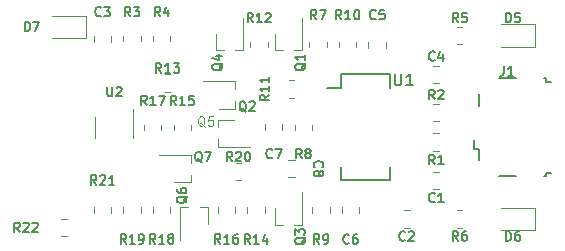
<source format=gbr>
%TF.GenerationSoftware,KiCad,Pcbnew,(5.1.9)-1*%
%TF.CreationDate,2021-12-10T21:49:07-06:00*%
%TF.ProjectId,minirib-usb,6d696e69-7269-4622-9d75-73622e6b6963,A*%
%TF.SameCoordinates,Original*%
%TF.FileFunction,Legend,Top*%
%TF.FilePolarity,Positive*%
%FSLAX46Y46*%
G04 Gerber Fmt 4.6, Leading zero omitted, Abs format (unit mm)*
G04 Created by KiCad (PCBNEW (5.1.9)-1) date 2021-12-10 21:49:07*
%MOMM*%
%LPD*%
G01*
G04 APERTURE LIST*
%ADD10C,0.120000*%
%ADD11C,0.150000*%
%ADD12C,0.130000*%
%ADD13C,0.125000*%
G04 APERTURE END LIST*
D10*
%TO.C,C1*%
X162238748Y-105235000D02*
X162761252Y-105235000D01*
X162238748Y-103765000D02*
X162761252Y-103765000D01*
%TO.C,C2*%
X159738748Y-107015000D02*
X160261252Y-107015000D01*
X159738748Y-108485000D02*
X160261252Y-108485000D01*
%TO.C,C3*%
X133515000Y-92761252D02*
X133515000Y-92238748D01*
X134985000Y-92761252D02*
X134985000Y-92238748D01*
%TO.C,C4*%
X162761252Y-94765000D02*
X162238748Y-94765000D01*
X162761252Y-96235000D02*
X162238748Y-96235000D01*
%TO.C,C5*%
X158235000Y-93261252D02*
X158235000Y-92738748D01*
X156765000Y-93261252D02*
X156765000Y-92738748D01*
%TO.C,C6*%
X154515000Y-106738748D02*
X154515000Y-107261252D01*
X155985000Y-106738748D02*
X155985000Y-107261252D01*
%TO.C,C7*%
X149485000Y-99738748D02*
X149485000Y-100261252D01*
X148015000Y-99738748D02*
X148015000Y-100261252D01*
%TO.C,C8*%
X149988748Y-102765000D02*
X150511252Y-102765000D01*
X149988748Y-104235000D02*
X150511252Y-104235000D01*
%TO.C,D5*%
X170860000Y-91290000D02*
X168000000Y-91290000D01*
X170860000Y-93210000D02*
X170860000Y-91290000D01*
X168000000Y-93210000D02*
X170860000Y-93210000D01*
%TO.C,D6*%
X168000000Y-108710000D02*
X170860000Y-108710000D01*
X170860000Y-108710000D02*
X170860000Y-106790000D01*
X170860000Y-106790000D02*
X168000000Y-106790000D01*
%TO.C,D7*%
X130000000Y-92460000D02*
X132860000Y-92460000D01*
X132860000Y-92460000D02*
X132860000Y-90540000D01*
X132860000Y-90540000D02*
X130000000Y-90540000D01*
%TO.C,Q1*%
X149500000Y-93485000D02*
X148840000Y-93485000D01*
X151170000Y-93485000D02*
X150500000Y-93485000D01*
X151160000Y-93485000D02*
X151160000Y-90750000D01*
X148840000Y-92075000D02*
X148840000Y-93485000D01*
%TO.C,Q2*%
X145485000Y-97750000D02*
X145485000Y-98410000D01*
X145485000Y-96080000D02*
X145485000Y-96750000D01*
X145485000Y-96090000D02*
X142750000Y-96090000D01*
X144075000Y-98410000D02*
X145485000Y-98410000D01*
%TO.C,Q3*%
X148840000Y-106825000D02*
X148840000Y-108235000D01*
X151160000Y-108235000D02*
X151160000Y-105500000D01*
X151170000Y-108235000D02*
X150500000Y-108235000D01*
X149500000Y-108235000D02*
X148840000Y-108235000D01*
%TO.C,Q4*%
X144500000Y-93485000D02*
X143840000Y-93485000D01*
X146170000Y-93485000D02*
X145500000Y-93485000D01*
X146160000Y-93485000D02*
X146160000Y-90750000D01*
X143840000Y-92075000D02*
X143840000Y-93485000D01*
%TO.C,Q5*%
X144015000Y-100000000D02*
X144015000Y-99340000D01*
X144015000Y-101670000D02*
X144015000Y-101000000D01*
X144015000Y-101660000D02*
X146750000Y-101660000D01*
X145425000Y-99340000D02*
X144015000Y-99340000D01*
%TO.C,Q6*%
X142500000Y-106765000D02*
X143160000Y-106765000D01*
X140830000Y-106765000D02*
X141500000Y-106765000D01*
X140840000Y-106765000D02*
X140840000Y-109500000D01*
X143160000Y-108175000D02*
X143160000Y-106765000D01*
%TO.C,Q7*%
X140325000Y-104660000D02*
X141735000Y-104660000D01*
X141735000Y-102340000D02*
X139000000Y-102340000D01*
X141735000Y-102330000D02*
X141735000Y-103000000D01*
X141735000Y-104000000D02*
X141735000Y-104660000D01*
%TO.C,R1*%
X162272936Y-100515000D02*
X162727064Y-100515000D01*
X162272936Y-101985000D02*
X162727064Y-101985000D01*
%TO.C,R2*%
X162727064Y-98015000D02*
X162272936Y-98015000D01*
X162727064Y-99485000D02*
X162272936Y-99485000D01*
%TO.C,R3*%
X136015000Y-92727064D02*
X136015000Y-92272936D01*
X137485000Y-92727064D02*
X137485000Y-92272936D01*
%TO.C,R4*%
X139985000Y-92272936D02*
X139985000Y-92727064D01*
X138515000Y-92272936D02*
X138515000Y-92727064D01*
%TO.C,R5*%
X164272936Y-92985000D02*
X164727064Y-92985000D01*
X164272936Y-91515000D02*
X164727064Y-91515000D01*
%TO.C,R6*%
X164727064Y-107015000D02*
X164272936Y-107015000D01*
X164727064Y-108485000D02*
X164272936Y-108485000D01*
%TO.C,R7*%
X153235000Y-92772936D02*
X153235000Y-93227064D01*
X151765000Y-92772936D02*
X151765000Y-93227064D01*
%TO.C,R8*%
X151985000Y-100227064D02*
X151985000Y-99772936D01*
X150515000Y-100227064D02*
X150515000Y-99772936D01*
%TO.C,R9*%
X153485000Y-107227064D02*
X153485000Y-106772936D01*
X152015000Y-107227064D02*
X152015000Y-106772936D01*
%TO.C,R10*%
X154265000Y-92772936D02*
X154265000Y-93227064D01*
X155735000Y-92772936D02*
X155735000Y-93227064D01*
%TO.C,R11*%
X150477064Y-97485000D02*
X150022936Y-97485000D01*
X150477064Y-96015000D02*
X150022936Y-96015000D01*
%TO.C,R12*%
X146765000Y-92772936D02*
X146765000Y-93227064D01*
X148235000Y-92772936D02*
X148235000Y-93227064D01*
%TO.C,R13*%
X139522936Y-96985000D02*
X139977064Y-96985000D01*
X139522936Y-95515000D02*
X139977064Y-95515000D01*
%TO.C,R14*%
X147985000Y-107227064D02*
X147985000Y-106772936D01*
X146515000Y-107227064D02*
X146515000Y-106772936D01*
%TO.C,R15*%
X141735000Y-100227064D02*
X141735000Y-99772936D01*
X140265000Y-100227064D02*
X140265000Y-99772936D01*
%TO.C,R16*%
X144015000Y-107227064D02*
X144015000Y-106772936D01*
X145485000Y-107227064D02*
X145485000Y-106772936D01*
%TO.C,R17*%
X139235000Y-100227064D02*
X139235000Y-99772936D01*
X137765000Y-100227064D02*
X137765000Y-99772936D01*
%TO.C,R18*%
X138515000Y-107227064D02*
X138515000Y-106772936D01*
X139985000Y-107227064D02*
X139985000Y-106772936D01*
%TO.C,R19*%
X137485000Y-107227064D02*
X137485000Y-106772936D01*
X136015000Y-107227064D02*
X136015000Y-106772936D01*
%TO.C,R20*%
X145522936Y-104485000D02*
X145977064Y-104485000D01*
X145522936Y-103015000D02*
X145977064Y-103015000D01*
%TO.C,R21*%
X133515000Y-107227064D02*
X133515000Y-106772936D01*
X134985000Y-107227064D02*
X134985000Y-106772936D01*
%TO.C,R22*%
X131227064Y-109235000D02*
X130772936Y-109235000D01*
X131227064Y-107765000D02*
X130772936Y-107765000D01*
D11*
%TO.C,U1*%
X154425000Y-96635000D02*
X153300000Y-96635000D01*
X154425000Y-104475000D02*
X158575000Y-104475000D01*
X154425000Y-95525000D02*
X158575000Y-95525000D01*
X154425000Y-104475000D02*
X154425000Y-103365000D01*
X158575000Y-104475000D02*
X158575000Y-103365000D01*
X158575000Y-95525000D02*
X158575000Y-96635000D01*
X154425000Y-96635000D02*
X154425000Y-95525000D01*
D10*
%TO.C,U2*%
X136860000Y-100900000D02*
X136860000Y-98450000D01*
X133640000Y-99100000D02*
X133640000Y-100900000D01*
D11*
%TO.C,J1*%
X167850000Y-104150000D02*
X169250000Y-104150000D01*
X171650000Y-104150000D02*
X171800000Y-104150000D01*
X171800000Y-104150000D02*
X171800000Y-103850000D01*
X171800000Y-103850000D02*
X172250000Y-103850000D01*
X172250000Y-96150000D02*
X171800000Y-96150000D01*
X171800000Y-96150000D02*
X171800000Y-95850000D01*
X171800000Y-95850000D02*
X171650000Y-95850000D01*
X169250000Y-95850000D02*
X167850000Y-95850000D01*
X165675000Y-101075000D02*
X165675000Y-101800000D01*
X165675000Y-101800000D02*
X166100000Y-101800000D01*
X166100000Y-101800000D02*
X166100000Y-102800000D01*
X166100000Y-98200000D02*
X166100000Y-97200000D01*
%TO.C,C1*%
D12*
X162366666Y-106285714D02*
X162328571Y-106323809D01*
X162214285Y-106361904D01*
X162138095Y-106361904D01*
X162023809Y-106323809D01*
X161947619Y-106247619D01*
X161909523Y-106171428D01*
X161871428Y-106019047D01*
X161871428Y-105904761D01*
X161909523Y-105752380D01*
X161947619Y-105676190D01*
X162023809Y-105600000D01*
X162138095Y-105561904D01*
X162214285Y-105561904D01*
X162328571Y-105600000D01*
X162366666Y-105638095D01*
X163128571Y-106361904D02*
X162671428Y-106361904D01*
X162900000Y-106361904D02*
X162900000Y-105561904D01*
X162823809Y-105676190D01*
X162747619Y-105752380D01*
X162671428Y-105790476D01*
%TO.C,C2*%
X159866666Y-109535714D02*
X159828571Y-109573809D01*
X159714285Y-109611904D01*
X159638095Y-109611904D01*
X159523809Y-109573809D01*
X159447619Y-109497619D01*
X159409523Y-109421428D01*
X159371428Y-109269047D01*
X159371428Y-109154761D01*
X159409523Y-109002380D01*
X159447619Y-108926190D01*
X159523809Y-108850000D01*
X159638095Y-108811904D01*
X159714285Y-108811904D01*
X159828571Y-108850000D01*
X159866666Y-108888095D01*
X160171428Y-108888095D02*
X160209523Y-108850000D01*
X160285714Y-108811904D01*
X160476190Y-108811904D01*
X160552380Y-108850000D01*
X160590476Y-108888095D01*
X160628571Y-108964285D01*
X160628571Y-109040476D01*
X160590476Y-109154761D01*
X160133333Y-109611904D01*
X160628571Y-109611904D01*
%TO.C,C3*%
X134116666Y-90535714D02*
X134078571Y-90573809D01*
X133964285Y-90611904D01*
X133888095Y-90611904D01*
X133773809Y-90573809D01*
X133697619Y-90497619D01*
X133659523Y-90421428D01*
X133621428Y-90269047D01*
X133621428Y-90154761D01*
X133659523Y-90002380D01*
X133697619Y-89926190D01*
X133773809Y-89850000D01*
X133888095Y-89811904D01*
X133964285Y-89811904D01*
X134078571Y-89850000D01*
X134116666Y-89888095D01*
X134383333Y-89811904D02*
X134878571Y-89811904D01*
X134611904Y-90116666D01*
X134726190Y-90116666D01*
X134802380Y-90154761D01*
X134840476Y-90192857D01*
X134878571Y-90269047D01*
X134878571Y-90459523D01*
X134840476Y-90535714D01*
X134802380Y-90573809D01*
X134726190Y-90611904D01*
X134497619Y-90611904D01*
X134421428Y-90573809D01*
X134383333Y-90535714D01*
%TO.C,C4*%
X162366666Y-94285714D02*
X162328571Y-94323809D01*
X162214285Y-94361904D01*
X162138095Y-94361904D01*
X162023809Y-94323809D01*
X161947619Y-94247619D01*
X161909523Y-94171428D01*
X161871428Y-94019047D01*
X161871428Y-93904761D01*
X161909523Y-93752380D01*
X161947619Y-93676190D01*
X162023809Y-93600000D01*
X162138095Y-93561904D01*
X162214285Y-93561904D01*
X162328571Y-93600000D01*
X162366666Y-93638095D01*
X163052380Y-93828571D02*
X163052380Y-94361904D01*
X162861904Y-93523809D02*
X162671428Y-94095238D01*
X163166666Y-94095238D01*
%TO.C,C5*%
X157366666Y-90785714D02*
X157328571Y-90823809D01*
X157214285Y-90861904D01*
X157138095Y-90861904D01*
X157023809Y-90823809D01*
X156947619Y-90747619D01*
X156909523Y-90671428D01*
X156871428Y-90519047D01*
X156871428Y-90404761D01*
X156909523Y-90252380D01*
X156947619Y-90176190D01*
X157023809Y-90100000D01*
X157138095Y-90061904D01*
X157214285Y-90061904D01*
X157328571Y-90100000D01*
X157366666Y-90138095D01*
X158090476Y-90061904D02*
X157709523Y-90061904D01*
X157671428Y-90442857D01*
X157709523Y-90404761D01*
X157785714Y-90366666D01*
X157976190Y-90366666D01*
X158052380Y-90404761D01*
X158090476Y-90442857D01*
X158128571Y-90519047D01*
X158128571Y-90709523D01*
X158090476Y-90785714D01*
X158052380Y-90823809D01*
X157976190Y-90861904D01*
X157785714Y-90861904D01*
X157709523Y-90823809D01*
X157671428Y-90785714D01*
%TO.C,C6*%
X155116666Y-109785714D02*
X155078571Y-109823809D01*
X154964285Y-109861904D01*
X154888095Y-109861904D01*
X154773809Y-109823809D01*
X154697619Y-109747619D01*
X154659523Y-109671428D01*
X154621428Y-109519047D01*
X154621428Y-109404761D01*
X154659523Y-109252380D01*
X154697619Y-109176190D01*
X154773809Y-109100000D01*
X154888095Y-109061904D01*
X154964285Y-109061904D01*
X155078571Y-109100000D01*
X155116666Y-109138095D01*
X155802380Y-109061904D02*
X155650000Y-109061904D01*
X155573809Y-109100000D01*
X155535714Y-109138095D01*
X155459523Y-109252380D01*
X155421428Y-109404761D01*
X155421428Y-109709523D01*
X155459523Y-109785714D01*
X155497619Y-109823809D01*
X155573809Y-109861904D01*
X155726190Y-109861904D01*
X155802380Y-109823809D01*
X155840476Y-109785714D01*
X155878571Y-109709523D01*
X155878571Y-109519047D01*
X155840476Y-109442857D01*
X155802380Y-109404761D01*
X155726190Y-109366666D01*
X155573809Y-109366666D01*
X155497619Y-109404761D01*
X155459523Y-109442857D01*
X155421428Y-109519047D01*
%TO.C,C7*%
X148616666Y-102535714D02*
X148578571Y-102573809D01*
X148464285Y-102611904D01*
X148388095Y-102611904D01*
X148273809Y-102573809D01*
X148197619Y-102497619D01*
X148159523Y-102421428D01*
X148121428Y-102269047D01*
X148121428Y-102154761D01*
X148159523Y-102002380D01*
X148197619Y-101926190D01*
X148273809Y-101850000D01*
X148388095Y-101811904D01*
X148464285Y-101811904D01*
X148578571Y-101850000D01*
X148616666Y-101888095D01*
X148883333Y-101811904D02*
X149416666Y-101811904D01*
X149073809Y-102611904D01*
%TO.C,C8*%
X152214285Y-103366666D02*
X152176190Y-103328571D01*
X152138095Y-103214285D01*
X152138095Y-103138095D01*
X152176190Y-103023809D01*
X152252380Y-102947619D01*
X152328571Y-102909523D01*
X152480952Y-102871428D01*
X152595238Y-102871428D01*
X152747619Y-102909523D01*
X152823809Y-102947619D01*
X152900000Y-103023809D01*
X152938095Y-103138095D01*
X152938095Y-103214285D01*
X152900000Y-103328571D01*
X152861904Y-103366666D01*
X152595238Y-103823809D02*
X152633333Y-103747619D01*
X152671428Y-103709523D01*
X152747619Y-103671428D01*
X152785714Y-103671428D01*
X152861904Y-103709523D01*
X152900000Y-103747619D01*
X152938095Y-103823809D01*
X152938095Y-103976190D01*
X152900000Y-104052380D01*
X152861904Y-104090476D01*
X152785714Y-104128571D01*
X152747619Y-104128571D01*
X152671428Y-104090476D01*
X152633333Y-104052380D01*
X152595238Y-103976190D01*
X152595238Y-103823809D01*
X152557142Y-103747619D01*
X152519047Y-103709523D01*
X152442857Y-103671428D01*
X152290476Y-103671428D01*
X152214285Y-103709523D01*
X152176190Y-103747619D01*
X152138095Y-103823809D01*
X152138095Y-103976190D01*
X152176190Y-104052380D01*
X152214285Y-104090476D01*
X152290476Y-104128571D01*
X152442857Y-104128571D01*
X152519047Y-104090476D01*
X152557142Y-104052380D01*
X152595238Y-103976190D01*
%TO.C,D5*%
X168409523Y-91111904D02*
X168409523Y-90311904D01*
X168600000Y-90311904D01*
X168714285Y-90350000D01*
X168790476Y-90426190D01*
X168828571Y-90502380D01*
X168866666Y-90654761D01*
X168866666Y-90769047D01*
X168828571Y-90921428D01*
X168790476Y-90997619D01*
X168714285Y-91073809D01*
X168600000Y-91111904D01*
X168409523Y-91111904D01*
X169590476Y-90311904D02*
X169209523Y-90311904D01*
X169171428Y-90692857D01*
X169209523Y-90654761D01*
X169285714Y-90616666D01*
X169476190Y-90616666D01*
X169552380Y-90654761D01*
X169590476Y-90692857D01*
X169628571Y-90769047D01*
X169628571Y-90959523D01*
X169590476Y-91035714D01*
X169552380Y-91073809D01*
X169476190Y-91111904D01*
X169285714Y-91111904D01*
X169209523Y-91073809D01*
X169171428Y-91035714D01*
%TO.C,D6*%
X168409523Y-109611904D02*
X168409523Y-108811904D01*
X168600000Y-108811904D01*
X168714285Y-108850000D01*
X168790476Y-108926190D01*
X168828571Y-109002380D01*
X168866666Y-109154761D01*
X168866666Y-109269047D01*
X168828571Y-109421428D01*
X168790476Y-109497619D01*
X168714285Y-109573809D01*
X168600000Y-109611904D01*
X168409523Y-109611904D01*
X169552380Y-108811904D02*
X169400000Y-108811904D01*
X169323809Y-108850000D01*
X169285714Y-108888095D01*
X169209523Y-109002380D01*
X169171428Y-109154761D01*
X169171428Y-109459523D01*
X169209523Y-109535714D01*
X169247619Y-109573809D01*
X169323809Y-109611904D01*
X169476190Y-109611904D01*
X169552380Y-109573809D01*
X169590476Y-109535714D01*
X169628571Y-109459523D01*
X169628571Y-109269047D01*
X169590476Y-109192857D01*
X169552380Y-109154761D01*
X169476190Y-109116666D01*
X169323809Y-109116666D01*
X169247619Y-109154761D01*
X169209523Y-109192857D01*
X169171428Y-109269047D01*
%TO.C,D7*%
X127659523Y-91861904D02*
X127659523Y-91061904D01*
X127850000Y-91061904D01*
X127964285Y-91100000D01*
X128040476Y-91176190D01*
X128078571Y-91252380D01*
X128116666Y-91404761D01*
X128116666Y-91519047D01*
X128078571Y-91671428D01*
X128040476Y-91747619D01*
X127964285Y-91823809D01*
X127850000Y-91861904D01*
X127659523Y-91861904D01*
X128383333Y-91061904D02*
X128916666Y-91061904D01*
X128573809Y-91861904D01*
%TO.C,Q1*%
X151438095Y-94576190D02*
X151400000Y-94652380D01*
X151323809Y-94728571D01*
X151209523Y-94842857D01*
X151171428Y-94919047D01*
X151171428Y-94995238D01*
X151361904Y-94957142D02*
X151323809Y-95033333D01*
X151247619Y-95109523D01*
X151095238Y-95147619D01*
X150828571Y-95147619D01*
X150676190Y-95109523D01*
X150600000Y-95033333D01*
X150561904Y-94957142D01*
X150561904Y-94804761D01*
X150600000Y-94728571D01*
X150676190Y-94652380D01*
X150828571Y-94614285D01*
X151095238Y-94614285D01*
X151247619Y-94652380D01*
X151323809Y-94728571D01*
X151361904Y-94804761D01*
X151361904Y-94957142D01*
X151361904Y-93852380D02*
X151361904Y-94309523D01*
X151361904Y-94080952D02*
X150561904Y-94080952D01*
X150676190Y-94157142D01*
X150752380Y-94233333D01*
X150790476Y-94309523D01*
%TO.C,Q2*%
X146423809Y-98688095D02*
X146347619Y-98650000D01*
X146271428Y-98573809D01*
X146157142Y-98459523D01*
X146080952Y-98421428D01*
X146004761Y-98421428D01*
X146042857Y-98611904D02*
X145966666Y-98573809D01*
X145890476Y-98497619D01*
X145852380Y-98345238D01*
X145852380Y-98078571D01*
X145890476Y-97926190D01*
X145966666Y-97850000D01*
X146042857Y-97811904D01*
X146195238Y-97811904D01*
X146271428Y-97850000D01*
X146347619Y-97926190D01*
X146385714Y-98078571D01*
X146385714Y-98345238D01*
X146347619Y-98497619D01*
X146271428Y-98573809D01*
X146195238Y-98611904D01*
X146042857Y-98611904D01*
X146690476Y-97888095D02*
X146728571Y-97850000D01*
X146804761Y-97811904D01*
X146995238Y-97811904D01*
X147071428Y-97850000D01*
X147109523Y-97888095D01*
X147147619Y-97964285D01*
X147147619Y-98040476D01*
X147109523Y-98154761D01*
X146652380Y-98611904D01*
X147147619Y-98611904D01*
%TO.C,Q3*%
X151438095Y-109326190D02*
X151400000Y-109402380D01*
X151323809Y-109478571D01*
X151209523Y-109592857D01*
X151171428Y-109669047D01*
X151171428Y-109745238D01*
X151361904Y-109707142D02*
X151323809Y-109783333D01*
X151247619Y-109859523D01*
X151095238Y-109897619D01*
X150828571Y-109897619D01*
X150676190Y-109859523D01*
X150600000Y-109783333D01*
X150561904Y-109707142D01*
X150561904Y-109554761D01*
X150600000Y-109478571D01*
X150676190Y-109402380D01*
X150828571Y-109364285D01*
X151095238Y-109364285D01*
X151247619Y-109402380D01*
X151323809Y-109478571D01*
X151361904Y-109554761D01*
X151361904Y-109707142D01*
X150561904Y-109097619D02*
X150561904Y-108602380D01*
X150866666Y-108869047D01*
X150866666Y-108754761D01*
X150904761Y-108678571D01*
X150942857Y-108640476D01*
X151019047Y-108602380D01*
X151209523Y-108602380D01*
X151285714Y-108640476D01*
X151323809Y-108678571D01*
X151361904Y-108754761D01*
X151361904Y-108983333D01*
X151323809Y-109059523D01*
X151285714Y-109097619D01*
%TO.C,Q4*%
X144438095Y-94576190D02*
X144400000Y-94652380D01*
X144323809Y-94728571D01*
X144209523Y-94842857D01*
X144171428Y-94919047D01*
X144171428Y-94995238D01*
X144361904Y-94957142D02*
X144323809Y-95033333D01*
X144247619Y-95109523D01*
X144095238Y-95147619D01*
X143828571Y-95147619D01*
X143676190Y-95109523D01*
X143600000Y-95033333D01*
X143561904Y-94957142D01*
X143561904Y-94804761D01*
X143600000Y-94728571D01*
X143676190Y-94652380D01*
X143828571Y-94614285D01*
X144095238Y-94614285D01*
X144247619Y-94652380D01*
X144323809Y-94728571D01*
X144361904Y-94804761D01*
X144361904Y-94957142D01*
X143828571Y-93928571D02*
X144361904Y-93928571D01*
X143523809Y-94119047D02*
X144095238Y-94309523D01*
X144095238Y-93814285D01*
%TO.C,Q5*%
D13*
X142923809Y-99938095D02*
X142847619Y-99900000D01*
X142771428Y-99823809D01*
X142657142Y-99709523D01*
X142580952Y-99671428D01*
X142504761Y-99671428D01*
X142542857Y-99861904D02*
X142466666Y-99823809D01*
X142390476Y-99747619D01*
X142352380Y-99595238D01*
X142352380Y-99328571D01*
X142390476Y-99176190D01*
X142466666Y-99100000D01*
X142542857Y-99061904D01*
X142695238Y-99061904D01*
X142771428Y-99100000D01*
X142847619Y-99176190D01*
X142885714Y-99328571D01*
X142885714Y-99595238D01*
X142847619Y-99747619D01*
X142771428Y-99823809D01*
X142695238Y-99861904D01*
X142542857Y-99861904D01*
X143609523Y-99061904D02*
X143228571Y-99061904D01*
X143190476Y-99442857D01*
X143228571Y-99404761D01*
X143304761Y-99366666D01*
X143495238Y-99366666D01*
X143571428Y-99404761D01*
X143609523Y-99442857D01*
X143647619Y-99519047D01*
X143647619Y-99709523D01*
X143609523Y-99785714D01*
X143571428Y-99823809D01*
X143495238Y-99861904D01*
X143304761Y-99861904D01*
X143228571Y-99823809D01*
X143190476Y-99785714D01*
%TO.C,Q6*%
D12*
X141438095Y-105826190D02*
X141400000Y-105902380D01*
X141323809Y-105978571D01*
X141209523Y-106092857D01*
X141171428Y-106169047D01*
X141171428Y-106245238D01*
X141361904Y-106207142D02*
X141323809Y-106283333D01*
X141247619Y-106359523D01*
X141095238Y-106397619D01*
X140828571Y-106397619D01*
X140676190Y-106359523D01*
X140600000Y-106283333D01*
X140561904Y-106207142D01*
X140561904Y-106054761D01*
X140600000Y-105978571D01*
X140676190Y-105902380D01*
X140828571Y-105864285D01*
X141095238Y-105864285D01*
X141247619Y-105902380D01*
X141323809Y-105978571D01*
X141361904Y-106054761D01*
X141361904Y-106207142D01*
X140561904Y-105178571D02*
X140561904Y-105330952D01*
X140600000Y-105407142D01*
X140638095Y-105445238D01*
X140752380Y-105521428D01*
X140904761Y-105559523D01*
X141209523Y-105559523D01*
X141285714Y-105521428D01*
X141323809Y-105483333D01*
X141361904Y-105407142D01*
X141361904Y-105254761D01*
X141323809Y-105178571D01*
X141285714Y-105140476D01*
X141209523Y-105102380D01*
X141019047Y-105102380D01*
X140942857Y-105140476D01*
X140904761Y-105178571D01*
X140866666Y-105254761D01*
X140866666Y-105407142D01*
X140904761Y-105483333D01*
X140942857Y-105521428D01*
X141019047Y-105559523D01*
%TO.C,Q7*%
X142673809Y-102938095D02*
X142597619Y-102900000D01*
X142521428Y-102823809D01*
X142407142Y-102709523D01*
X142330952Y-102671428D01*
X142254761Y-102671428D01*
X142292857Y-102861904D02*
X142216666Y-102823809D01*
X142140476Y-102747619D01*
X142102380Y-102595238D01*
X142102380Y-102328571D01*
X142140476Y-102176190D01*
X142216666Y-102100000D01*
X142292857Y-102061904D01*
X142445238Y-102061904D01*
X142521428Y-102100000D01*
X142597619Y-102176190D01*
X142635714Y-102328571D01*
X142635714Y-102595238D01*
X142597619Y-102747619D01*
X142521428Y-102823809D01*
X142445238Y-102861904D01*
X142292857Y-102861904D01*
X142902380Y-102061904D02*
X143435714Y-102061904D01*
X143092857Y-102861904D01*
%TO.C,R1*%
X162366666Y-103111904D02*
X162100000Y-102730952D01*
X161909523Y-103111904D02*
X161909523Y-102311904D01*
X162214285Y-102311904D01*
X162290476Y-102350000D01*
X162328571Y-102388095D01*
X162366666Y-102464285D01*
X162366666Y-102578571D01*
X162328571Y-102654761D01*
X162290476Y-102692857D01*
X162214285Y-102730952D01*
X161909523Y-102730952D01*
X163128571Y-103111904D02*
X162671428Y-103111904D01*
X162900000Y-103111904D02*
X162900000Y-102311904D01*
X162823809Y-102426190D01*
X162747619Y-102502380D01*
X162671428Y-102540476D01*
%TO.C,R2*%
X162366666Y-97611904D02*
X162100000Y-97230952D01*
X161909523Y-97611904D02*
X161909523Y-96811904D01*
X162214285Y-96811904D01*
X162290476Y-96850000D01*
X162328571Y-96888095D01*
X162366666Y-96964285D01*
X162366666Y-97078571D01*
X162328571Y-97154761D01*
X162290476Y-97192857D01*
X162214285Y-97230952D01*
X161909523Y-97230952D01*
X162671428Y-96888095D02*
X162709523Y-96850000D01*
X162785714Y-96811904D01*
X162976190Y-96811904D01*
X163052380Y-96850000D01*
X163090476Y-96888095D01*
X163128571Y-96964285D01*
X163128571Y-97040476D01*
X163090476Y-97154761D01*
X162633333Y-97611904D01*
X163128571Y-97611904D01*
%TO.C,R3*%
X136616666Y-90611904D02*
X136350000Y-90230952D01*
X136159523Y-90611904D02*
X136159523Y-89811904D01*
X136464285Y-89811904D01*
X136540476Y-89850000D01*
X136578571Y-89888095D01*
X136616666Y-89964285D01*
X136616666Y-90078571D01*
X136578571Y-90154761D01*
X136540476Y-90192857D01*
X136464285Y-90230952D01*
X136159523Y-90230952D01*
X136883333Y-89811904D02*
X137378571Y-89811904D01*
X137111904Y-90116666D01*
X137226190Y-90116666D01*
X137302380Y-90154761D01*
X137340476Y-90192857D01*
X137378571Y-90269047D01*
X137378571Y-90459523D01*
X137340476Y-90535714D01*
X137302380Y-90573809D01*
X137226190Y-90611904D01*
X136997619Y-90611904D01*
X136921428Y-90573809D01*
X136883333Y-90535714D01*
%TO.C,R4*%
X139116666Y-90611904D02*
X138850000Y-90230952D01*
X138659523Y-90611904D02*
X138659523Y-89811904D01*
X138964285Y-89811904D01*
X139040476Y-89850000D01*
X139078571Y-89888095D01*
X139116666Y-89964285D01*
X139116666Y-90078571D01*
X139078571Y-90154761D01*
X139040476Y-90192857D01*
X138964285Y-90230952D01*
X138659523Y-90230952D01*
X139802380Y-90078571D02*
X139802380Y-90611904D01*
X139611904Y-89773809D02*
X139421428Y-90345238D01*
X139916666Y-90345238D01*
%TO.C,R5*%
X164366666Y-91111904D02*
X164100000Y-90730952D01*
X163909523Y-91111904D02*
X163909523Y-90311904D01*
X164214285Y-90311904D01*
X164290476Y-90350000D01*
X164328571Y-90388095D01*
X164366666Y-90464285D01*
X164366666Y-90578571D01*
X164328571Y-90654761D01*
X164290476Y-90692857D01*
X164214285Y-90730952D01*
X163909523Y-90730952D01*
X165090476Y-90311904D02*
X164709523Y-90311904D01*
X164671428Y-90692857D01*
X164709523Y-90654761D01*
X164785714Y-90616666D01*
X164976190Y-90616666D01*
X165052380Y-90654761D01*
X165090476Y-90692857D01*
X165128571Y-90769047D01*
X165128571Y-90959523D01*
X165090476Y-91035714D01*
X165052380Y-91073809D01*
X164976190Y-91111904D01*
X164785714Y-91111904D01*
X164709523Y-91073809D01*
X164671428Y-91035714D01*
%TO.C,R6*%
X164366666Y-109611904D02*
X164100000Y-109230952D01*
X163909523Y-109611904D02*
X163909523Y-108811904D01*
X164214285Y-108811904D01*
X164290476Y-108850000D01*
X164328571Y-108888095D01*
X164366666Y-108964285D01*
X164366666Y-109078571D01*
X164328571Y-109154761D01*
X164290476Y-109192857D01*
X164214285Y-109230952D01*
X163909523Y-109230952D01*
X165052380Y-108811904D02*
X164900000Y-108811904D01*
X164823809Y-108850000D01*
X164785714Y-108888095D01*
X164709523Y-109002380D01*
X164671428Y-109154761D01*
X164671428Y-109459523D01*
X164709523Y-109535714D01*
X164747619Y-109573809D01*
X164823809Y-109611904D01*
X164976190Y-109611904D01*
X165052380Y-109573809D01*
X165090476Y-109535714D01*
X165128571Y-109459523D01*
X165128571Y-109269047D01*
X165090476Y-109192857D01*
X165052380Y-109154761D01*
X164976190Y-109116666D01*
X164823809Y-109116666D01*
X164747619Y-109154761D01*
X164709523Y-109192857D01*
X164671428Y-109269047D01*
%TO.C,R7*%
X152366666Y-90861904D02*
X152100000Y-90480952D01*
X151909523Y-90861904D02*
X151909523Y-90061904D01*
X152214285Y-90061904D01*
X152290476Y-90100000D01*
X152328571Y-90138095D01*
X152366666Y-90214285D01*
X152366666Y-90328571D01*
X152328571Y-90404761D01*
X152290476Y-90442857D01*
X152214285Y-90480952D01*
X151909523Y-90480952D01*
X152633333Y-90061904D02*
X153166666Y-90061904D01*
X152823809Y-90861904D01*
%TO.C,R8*%
X151116666Y-102611904D02*
X150850000Y-102230952D01*
X150659523Y-102611904D02*
X150659523Y-101811904D01*
X150964285Y-101811904D01*
X151040476Y-101850000D01*
X151078571Y-101888095D01*
X151116666Y-101964285D01*
X151116666Y-102078571D01*
X151078571Y-102154761D01*
X151040476Y-102192857D01*
X150964285Y-102230952D01*
X150659523Y-102230952D01*
X151573809Y-102154761D02*
X151497619Y-102116666D01*
X151459523Y-102078571D01*
X151421428Y-102002380D01*
X151421428Y-101964285D01*
X151459523Y-101888095D01*
X151497619Y-101850000D01*
X151573809Y-101811904D01*
X151726190Y-101811904D01*
X151802380Y-101850000D01*
X151840476Y-101888095D01*
X151878571Y-101964285D01*
X151878571Y-102002380D01*
X151840476Y-102078571D01*
X151802380Y-102116666D01*
X151726190Y-102154761D01*
X151573809Y-102154761D01*
X151497619Y-102192857D01*
X151459523Y-102230952D01*
X151421428Y-102307142D01*
X151421428Y-102459523D01*
X151459523Y-102535714D01*
X151497619Y-102573809D01*
X151573809Y-102611904D01*
X151726190Y-102611904D01*
X151802380Y-102573809D01*
X151840476Y-102535714D01*
X151878571Y-102459523D01*
X151878571Y-102307142D01*
X151840476Y-102230952D01*
X151802380Y-102192857D01*
X151726190Y-102154761D01*
%TO.C,R9*%
X152616666Y-109861904D02*
X152350000Y-109480952D01*
X152159523Y-109861904D02*
X152159523Y-109061904D01*
X152464285Y-109061904D01*
X152540476Y-109100000D01*
X152578571Y-109138095D01*
X152616666Y-109214285D01*
X152616666Y-109328571D01*
X152578571Y-109404761D01*
X152540476Y-109442857D01*
X152464285Y-109480952D01*
X152159523Y-109480952D01*
X152997619Y-109861904D02*
X153150000Y-109861904D01*
X153226190Y-109823809D01*
X153264285Y-109785714D01*
X153340476Y-109671428D01*
X153378571Y-109519047D01*
X153378571Y-109214285D01*
X153340476Y-109138095D01*
X153302380Y-109100000D01*
X153226190Y-109061904D01*
X153073809Y-109061904D01*
X152997619Y-109100000D01*
X152959523Y-109138095D01*
X152921428Y-109214285D01*
X152921428Y-109404761D01*
X152959523Y-109480952D01*
X152997619Y-109519047D01*
X153073809Y-109557142D01*
X153226190Y-109557142D01*
X153302380Y-109519047D01*
X153340476Y-109480952D01*
X153378571Y-109404761D01*
%TO.C,R10*%
X154485714Y-90861904D02*
X154219047Y-90480952D01*
X154028571Y-90861904D02*
X154028571Y-90061904D01*
X154333333Y-90061904D01*
X154409523Y-90100000D01*
X154447619Y-90138095D01*
X154485714Y-90214285D01*
X154485714Y-90328571D01*
X154447619Y-90404761D01*
X154409523Y-90442857D01*
X154333333Y-90480952D01*
X154028571Y-90480952D01*
X155247619Y-90861904D02*
X154790476Y-90861904D01*
X155019047Y-90861904D02*
X155019047Y-90061904D01*
X154942857Y-90176190D01*
X154866666Y-90252380D01*
X154790476Y-90290476D01*
X155742857Y-90061904D02*
X155819047Y-90061904D01*
X155895238Y-90100000D01*
X155933333Y-90138095D01*
X155971428Y-90214285D01*
X156009523Y-90366666D01*
X156009523Y-90557142D01*
X155971428Y-90709523D01*
X155933333Y-90785714D01*
X155895238Y-90823809D01*
X155819047Y-90861904D01*
X155742857Y-90861904D01*
X155666666Y-90823809D01*
X155628571Y-90785714D01*
X155590476Y-90709523D01*
X155552380Y-90557142D01*
X155552380Y-90366666D01*
X155590476Y-90214285D01*
X155628571Y-90138095D01*
X155666666Y-90100000D01*
X155742857Y-90061904D01*
%TO.C,R11*%
X148361904Y-97264285D02*
X147980952Y-97530952D01*
X148361904Y-97721428D02*
X147561904Y-97721428D01*
X147561904Y-97416666D01*
X147600000Y-97340476D01*
X147638095Y-97302380D01*
X147714285Y-97264285D01*
X147828571Y-97264285D01*
X147904761Y-97302380D01*
X147942857Y-97340476D01*
X147980952Y-97416666D01*
X147980952Y-97721428D01*
X148361904Y-96502380D02*
X148361904Y-96959523D01*
X148361904Y-96730952D02*
X147561904Y-96730952D01*
X147676190Y-96807142D01*
X147752380Y-96883333D01*
X147790476Y-96959523D01*
X148361904Y-95740476D02*
X148361904Y-96197619D01*
X148361904Y-95969047D02*
X147561904Y-95969047D01*
X147676190Y-96045238D01*
X147752380Y-96121428D01*
X147790476Y-96197619D01*
%TO.C,R12*%
X146985714Y-91111904D02*
X146719047Y-90730952D01*
X146528571Y-91111904D02*
X146528571Y-90311904D01*
X146833333Y-90311904D01*
X146909523Y-90350000D01*
X146947619Y-90388095D01*
X146985714Y-90464285D01*
X146985714Y-90578571D01*
X146947619Y-90654761D01*
X146909523Y-90692857D01*
X146833333Y-90730952D01*
X146528571Y-90730952D01*
X147747619Y-91111904D02*
X147290476Y-91111904D01*
X147519047Y-91111904D02*
X147519047Y-90311904D01*
X147442857Y-90426190D01*
X147366666Y-90502380D01*
X147290476Y-90540476D01*
X148052380Y-90388095D02*
X148090476Y-90350000D01*
X148166666Y-90311904D01*
X148357142Y-90311904D01*
X148433333Y-90350000D01*
X148471428Y-90388095D01*
X148509523Y-90464285D01*
X148509523Y-90540476D01*
X148471428Y-90654761D01*
X148014285Y-91111904D01*
X148509523Y-91111904D01*
%TO.C,R13*%
X139235714Y-95361904D02*
X138969047Y-94980952D01*
X138778571Y-95361904D02*
X138778571Y-94561904D01*
X139083333Y-94561904D01*
X139159523Y-94600000D01*
X139197619Y-94638095D01*
X139235714Y-94714285D01*
X139235714Y-94828571D01*
X139197619Y-94904761D01*
X139159523Y-94942857D01*
X139083333Y-94980952D01*
X138778571Y-94980952D01*
X139997619Y-95361904D02*
X139540476Y-95361904D01*
X139769047Y-95361904D02*
X139769047Y-94561904D01*
X139692857Y-94676190D01*
X139616666Y-94752380D01*
X139540476Y-94790476D01*
X140264285Y-94561904D02*
X140759523Y-94561904D01*
X140492857Y-94866666D01*
X140607142Y-94866666D01*
X140683333Y-94904761D01*
X140721428Y-94942857D01*
X140759523Y-95019047D01*
X140759523Y-95209523D01*
X140721428Y-95285714D01*
X140683333Y-95323809D01*
X140607142Y-95361904D01*
X140378571Y-95361904D01*
X140302380Y-95323809D01*
X140264285Y-95285714D01*
%TO.C,R14*%
X146735714Y-109861904D02*
X146469047Y-109480952D01*
X146278571Y-109861904D02*
X146278571Y-109061904D01*
X146583333Y-109061904D01*
X146659523Y-109100000D01*
X146697619Y-109138095D01*
X146735714Y-109214285D01*
X146735714Y-109328571D01*
X146697619Y-109404761D01*
X146659523Y-109442857D01*
X146583333Y-109480952D01*
X146278571Y-109480952D01*
X147497619Y-109861904D02*
X147040476Y-109861904D01*
X147269047Y-109861904D02*
X147269047Y-109061904D01*
X147192857Y-109176190D01*
X147116666Y-109252380D01*
X147040476Y-109290476D01*
X148183333Y-109328571D02*
X148183333Y-109861904D01*
X147992857Y-109023809D02*
X147802380Y-109595238D01*
X148297619Y-109595238D01*
%TO.C,R15*%
X140485714Y-98111904D02*
X140219047Y-97730952D01*
X140028571Y-98111904D02*
X140028571Y-97311904D01*
X140333333Y-97311904D01*
X140409523Y-97350000D01*
X140447619Y-97388095D01*
X140485714Y-97464285D01*
X140485714Y-97578571D01*
X140447619Y-97654761D01*
X140409523Y-97692857D01*
X140333333Y-97730952D01*
X140028571Y-97730952D01*
X141247619Y-98111904D02*
X140790476Y-98111904D01*
X141019047Y-98111904D02*
X141019047Y-97311904D01*
X140942857Y-97426190D01*
X140866666Y-97502380D01*
X140790476Y-97540476D01*
X141971428Y-97311904D02*
X141590476Y-97311904D01*
X141552380Y-97692857D01*
X141590476Y-97654761D01*
X141666666Y-97616666D01*
X141857142Y-97616666D01*
X141933333Y-97654761D01*
X141971428Y-97692857D01*
X142009523Y-97769047D01*
X142009523Y-97959523D01*
X141971428Y-98035714D01*
X141933333Y-98073809D01*
X141857142Y-98111904D01*
X141666666Y-98111904D01*
X141590476Y-98073809D01*
X141552380Y-98035714D01*
%TO.C,R16*%
X144235714Y-109861904D02*
X143969047Y-109480952D01*
X143778571Y-109861904D02*
X143778571Y-109061904D01*
X144083333Y-109061904D01*
X144159523Y-109100000D01*
X144197619Y-109138095D01*
X144235714Y-109214285D01*
X144235714Y-109328571D01*
X144197619Y-109404761D01*
X144159523Y-109442857D01*
X144083333Y-109480952D01*
X143778571Y-109480952D01*
X144997619Y-109861904D02*
X144540476Y-109861904D01*
X144769047Y-109861904D02*
X144769047Y-109061904D01*
X144692857Y-109176190D01*
X144616666Y-109252380D01*
X144540476Y-109290476D01*
X145683333Y-109061904D02*
X145530952Y-109061904D01*
X145454761Y-109100000D01*
X145416666Y-109138095D01*
X145340476Y-109252380D01*
X145302380Y-109404761D01*
X145302380Y-109709523D01*
X145340476Y-109785714D01*
X145378571Y-109823809D01*
X145454761Y-109861904D01*
X145607142Y-109861904D01*
X145683333Y-109823809D01*
X145721428Y-109785714D01*
X145759523Y-109709523D01*
X145759523Y-109519047D01*
X145721428Y-109442857D01*
X145683333Y-109404761D01*
X145607142Y-109366666D01*
X145454761Y-109366666D01*
X145378571Y-109404761D01*
X145340476Y-109442857D01*
X145302380Y-109519047D01*
%TO.C,R17*%
X137985714Y-98111904D02*
X137719047Y-97730952D01*
X137528571Y-98111904D02*
X137528571Y-97311904D01*
X137833333Y-97311904D01*
X137909523Y-97350000D01*
X137947619Y-97388095D01*
X137985714Y-97464285D01*
X137985714Y-97578571D01*
X137947619Y-97654761D01*
X137909523Y-97692857D01*
X137833333Y-97730952D01*
X137528571Y-97730952D01*
X138747619Y-98111904D02*
X138290476Y-98111904D01*
X138519047Y-98111904D02*
X138519047Y-97311904D01*
X138442857Y-97426190D01*
X138366666Y-97502380D01*
X138290476Y-97540476D01*
X139014285Y-97311904D02*
X139547619Y-97311904D01*
X139204761Y-98111904D01*
%TO.C,R18*%
X138735714Y-109861904D02*
X138469047Y-109480952D01*
X138278571Y-109861904D02*
X138278571Y-109061904D01*
X138583333Y-109061904D01*
X138659523Y-109100000D01*
X138697619Y-109138095D01*
X138735714Y-109214285D01*
X138735714Y-109328571D01*
X138697619Y-109404761D01*
X138659523Y-109442857D01*
X138583333Y-109480952D01*
X138278571Y-109480952D01*
X139497619Y-109861904D02*
X139040476Y-109861904D01*
X139269047Y-109861904D02*
X139269047Y-109061904D01*
X139192857Y-109176190D01*
X139116666Y-109252380D01*
X139040476Y-109290476D01*
X139954761Y-109404761D02*
X139878571Y-109366666D01*
X139840476Y-109328571D01*
X139802380Y-109252380D01*
X139802380Y-109214285D01*
X139840476Y-109138095D01*
X139878571Y-109100000D01*
X139954761Y-109061904D01*
X140107142Y-109061904D01*
X140183333Y-109100000D01*
X140221428Y-109138095D01*
X140259523Y-109214285D01*
X140259523Y-109252380D01*
X140221428Y-109328571D01*
X140183333Y-109366666D01*
X140107142Y-109404761D01*
X139954761Y-109404761D01*
X139878571Y-109442857D01*
X139840476Y-109480952D01*
X139802380Y-109557142D01*
X139802380Y-109709523D01*
X139840476Y-109785714D01*
X139878571Y-109823809D01*
X139954761Y-109861904D01*
X140107142Y-109861904D01*
X140183333Y-109823809D01*
X140221428Y-109785714D01*
X140259523Y-109709523D01*
X140259523Y-109557142D01*
X140221428Y-109480952D01*
X140183333Y-109442857D01*
X140107142Y-109404761D01*
%TO.C,R19*%
X136235714Y-109861904D02*
X135969047Y-109480952D01*
X135778571Y-109861904D02*
X135778571Y-109061904D01*
X136083333Y-109061904D01*
X136159523Y-109100000D01*
X136197619Y-109138095D01*
X136235714Y-109214285D01*
X136235714Y-109328571D01*
X136197619Y-109404761D01*
X136159523Y-109442857D01*
X136083333Y-109480952D01*
X135778571Y-109480952D01*
X136997619Y-109861904D02*
X136540476Y-109861904D01*
X136769047Y-109861904D02*
X136769047Y-109061904D01*
X136692857Y-109176190D01*
X136616666Y-109252380D01*
X136540476Y-109290476D01*
X137378571Y-109861904D02*
X137530952Y-109861904D01*
X137607142Y-109823809D01*
X137645238Y-109785714D01*
X137721428Y-109671428D01*
X137759523Y-109519047D01*
X137759523Y-109214285D01*
X137721428Y-109138095D01*
X137683333Y-109100000D01*
X137607142Y-109061904D01*
X137454761Y-109061904D01*
X137378571Y-109100000D01*
X137340476Y-109138095D01*
X137302380Y-109214285D01*
X137302380Y-109404761D01*
X137340476Y-109480952D01*
X137378571Y-109519047D01*
X137454761Y-109557142D01*
X137607142Y-109557142D01*
X137683333Y-109519047D01*
X137721428Y-109480952D01*
X137759523Y-109404761D01*
%TO.C,R20*%
X145235714Y-102861904D02*
X144969047Y-102480952D01*
X144778571Y-102861904D02*
X144778571Y-102061904D01*
X145083333Y-102061904D01*
X145159523Y-102100000D01*
X145197619Y-102138095D01*
X145235714Y-102214285D01*
X145235714Y-102328571D01*
X145197619Y-102404761D01*
X145159523Y-102442857D01*
X145083333Y-102480952D01*
X144778571Y-102480952D01*
X145540476Y-102138095D02*
X145578571Y-102100000D01*
X145654761Y-102061904D01*
X145845238Y-102061904D01*
X145921428Y-102100000D01*
X145959523Y-102138095D01*
X145997619Y-102214285D01*
X145997619Y-102290476D01*
X145959523Y-102404761D01*
X145502380Y-102861904D01*
X145997619Y-102861904D01*
X146492857Y-102061904D02*
X146569047Y-102061904D01*
X146645238Y-102100000D01*
X146683333Y-102138095D01*
X146721428Y-102214285D01*
X146759523Y-102366666D01*
X146759523Y-102557142D01*
X146721428Y-102709523D01*
X146683333Y-102785714D01*
X146645238Y-102823809D01*
X146569047Y-102861904D01*
X146492857Y-102861904D01*
X146416666Y-102823809D01*
X146378571Y-102785714D01*
X146340476Y-102709523D01*
X146302380Y-102557142D01*
X146302380Y-102366666D01*
X146340476Y-102214285D01*
X146378571Y-102138095D01*
X146416666Y-102100000D01*
X146492857Y-102061904D01*
%TO.C,R21*%
X133735714Y-104861904D02*
X133469047Y-104480952D01*
X133278571Y-104861904D02*
X133278571Y-104061904D01*
X133583333Y-104061904D01*
X133659523Y-104100000D01*
X133697619Y-104138095D01*
X133735714Y-104214285D01*
X133735714Y-104328571D01*
X133697619Y-104404761D01*
X133659523Y-104442857D01*
X133583333Y-104480952D01*
X133278571Y-104480952D01*
X134040476Y-104138095D02*
X134078571Y-104100000D01*
X134154761Y-104061904D01*
X134345238Y-104061904D01*
X134421428Y-104100000D01*
X134459523Y-104138095D01*
X134497619Y-104214285D01*
X134497619Y-104290476D01*
X134459523Y-104404761D01*
X134002380Y-104861904D01*
X134497619Y-104861904D01*
X135259523Y-104861904D02*
X134802380Y-104861904D01*
X135030952Y-104861904D02*
X135030952Y-104061904D01*
X134954761Y-104176190D01*
X134878571Y-104252380D01*
X134802380Y-104290476D01*
%TO.C,R22*%
X127235714Y-108861904D02*
X126969047Y-108480952D01*
X126778571Y-108861904D02*
X126778571Y-108061904D01*
X127083333Y-108061904D01*
X127159523Y-108100000D01*
X127197619Y-108138095D01*
X127235714Y-108214285D01*
X127235714Y-108328571D01*
X127197619Y-108404761D01*
X127159523Y-108442857D01*
X127083333Y-108480952D01*
X126778571Y-108480952D01*
X127540476Y-108138095D02*
X127578571Y-108100000D01*
X127654761Y-108061904D01*
X127845238Y-108061904D01*
X127921428Y-108100000D01*
X127959523Y-108138095D01*
X127997619Y-108214285D01*
X127997619Y-108290476D01*
X127959523Y-108404761D01*
X127502380Y-108861904D01*
X127997619Y-108861904D01*
X128302380Y-108138095D02*
X128340476Y-108100000D01*
X128416666Y-108061904D01*
X128607142Y-108061904D01*
X128683333Y-108100000D01*
X128721428Y-108138095D01*
X128759523Y-108214285D01*
X128759523Y-108290476D01*
X128721428Y-108404761D01*
X128264285Y-108861904D01*
X128759523Y-108861904D01*
%TO.C,U1*%
D11*
X158988095Y-95452380D02*
X158988095Y-96261904D01*
X159035714Y-96357142D01*
X159083333Y-96404761D01*
X159178571Y-96452380D01*
X159369047Y-96452380D01*
X159464285Y-96404761D01*
X159511904Y-96357142D01*
X159559523Y-96261904D01*
X159559523Y-95452380D01*
X160559523Y-96452380D02*
X159988095Y-96452380D01*
X160273809Y-96452380D02*
X160273809Y-95452380D01*
X160178571Y-95595238D01*
X160083333Y-95690476D01*
X159988095Y-95738095D01*
%TO.C,U2*%
D12*
X134640476Y-96561904D02*
X134640476Y-97209523D01*
X134678571Y-97285714D01*
X134716666Y-97323809D01*
X134792857Y-97361904D01*
X134945238Y-97361904D01*
X135021428Y-97323809D01*
X135059523Y-97285714D01*
X135097619Y-97209523D01*
X135097619Y-96561904D01*
X135440476Y-96638095D02*
X135478571Y-96600000D01*
X135554761Y-96561904D01*
X135745238Y-96561904D01*
X135821428Y-96600000D01*
X135859523Y-96638095D01*
X135897619Y-96714285D01*
X135897619Y-96790476D01*
X135859523Y-96904761D01*
X135402380Y-97361904D01*
X135897619Y-97361904D01*
%TO.C,J1*%
X168233333Y-94811904D02*
X168233333Y-95383333D01*
X168195238Y-95497619D01*
X168119047Y-95573809D01*
X168004761Y-95611904D01*
X167928571Y-95611904D01*
X169033333Y-95611904D02*
X168576190Y-95611904D01*
X168804761Y-95611904D02*
X168804761Y-94811904D01*
X168728571Y-94926190D01*
X168652380Y-95002380D01*
X168576190Y-95040476D01*
%TD*%
M02*

</source>
